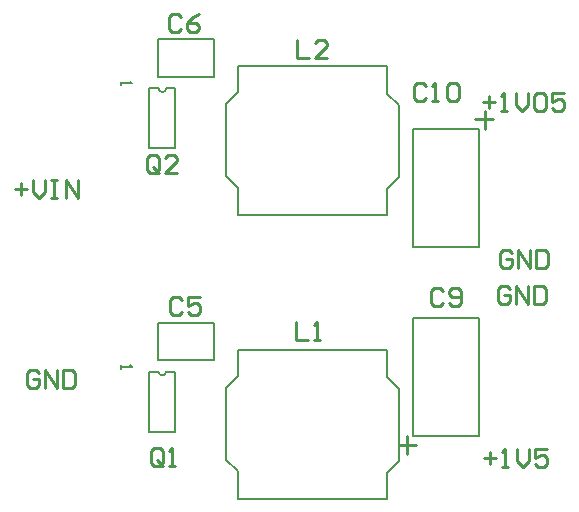
<source format=gto>
G04*
G04 #@! TF.GenerationSoftware,Altium Limited,Altium Designer,23.3.1 (30)*
G04*
G04 Layer_Color=65535*
%FSLAX44Y44*%
%MOMM*%
G71*
G04*
G04 #@! TF.SameCoordinates,C8A1A2A4-FEEE-4BAA-8DF6-72F1B62B13C7*
G04*
G04*
G04 #@! TF.FilePolarity,Positive*
G04*
G01*
G75*
%ADD10C,0.2000*%
%ADD11C,0.2540*%
D10*
X142825Y174400D02*
G03*
X149175Y174400I3175J0D01*
G01*
X142825Y414400D02*
G03*
X149175Y414400I3175J0D01*
G01*
X135050Y174400D02*
X142825D01*
X149175D02*
X156950D01*
Y123600D02*
Y174400D01*
X135050Y123600D02*
X156950D01*
X135050D02*
Y174400D01*
Y363600D02*
Y414400D01*
Y363600D02*
X156950D01*
Y414400D01*
X149175D02*
X156950D01*
X135050D02*
X142825D01*
X358000Y120000D02*
Y220000D01*
Y120000D02*
X414000D01*
Y220000D01*
X358000D02*
X414000D01*
X200000Y100000D02*
Y161000D01*
Y100000D02*
X210000Y90000D01*
Y67000D02*
Y90000D01*
X200000Y161000D02*
X210000Y171000D01*
Y193000D01*
X346000Y99000D02*
Y160000D01*
X210000Y193000D02*
X336000D01*
X210000Y67000D02*
X336000D01*
Y170000D02*
X346000Y160000D01*
X336000Y170000D02*
Y193000D01*
Y89000D02*
X346000Y99000D01*
X336000Y67000D02*
Y89000D01*
X142000Y184000D02*
Y216000D01*
X190000D01*
Y184000D02*
Y216000D01*
X142000Y184000D02*
X190000D01*
X142000Y424000D02*
Y456000D01*
X190000D01*
Y424000D02*
Y456000D01*
X142000Y424000D02*
X190000D01*
X210000Y411000D02*
Y433000D01*
X200000Y401000D02*
X210000Y411000D01*
Y307000D02*
Y330000D01*
X200000Y340000D02*
X210000Y330000D01*
Y433000D02*
X336000D01*
X210000Y307000D02*
X336000D01*
X200000Y340000D02*
Y401000D01*
X336000Y307000D02*
Y329000D01*
X346000Y339000D01*
X336000Y410000D02*
Y433000D01*
Y410000D02*
X346000Y400000D01*
Y339000D02*
Y400000D01*
X358000Y280000D02*
X414000D01*
X358000D02*
Y380000D01*
X414000D01*
Y280000D02*
Y380000D01*
X111000Y180000D02*
Y177001D01*
Y178501D01*
X119997D01*
X118498Y180000D01*
X111000Y420000D02*
Y417001D01*
Y418501D01*
X119997D01*
X118498Y420000D01*
D11*
X346000Y112000D02*
X361000D01*
X353000Y105000D02*
Y120000D01*
X419000Y380000D02*
Y395000D01*
X411000Y388000D02*
X426000D01*
X417313Y402508D02*
X427470D01*
X422392Y407587D02*
Y397430D01*
X432548Y394891D02*
X437627D01*
X435088D01*
Y410126D01*
X432548Y407587D01*
X445244Y410126D02*
Y399969D01*
X450323Y394891D01*
X455401Y399969D01*
Y410126D01*
X460479Y407587D02*
X463018Y410126D01*
X468097D01*
X470636Y407587D01*
Y397430D01*
X468097Y394891D01*
X463018D01*
X460479Y397430D01*
Y407587D01*
X485871Y410126D02*
X475714D01*
Y402508D01*
X480793Y405047D01*
X483332D01*
X485871Y402508D01*
Y397430D01*
X483332Y394891D01*
X478254D01*
X475714Y397430D01*
X418540Y101158D02*
X428697D01*
X423618Y106236D02*
Y96079D01*
X433775Y93540D02*
X438853D01*
X436314D01*
Y108775D01*
X433775Y106236D01*
X446471Y108775D02*
Y98618D01*
X451549Y93540D01*
X456628Y98618D01*
Y108775D01*
X471863D02*
X461706D01*
Y101158D01*
X466784Y103697D01*
X469324D01*
X471863Y101158D01*
Y96079D01*
X469324Y93540D01*
X464245D01*
X461706Y96079D01*
X440697Y244236D02*
X438158Y246775D01*
X433079D01*
X430540Y244236D01*
Y234079D01*
X433079Y231540D01*
X438158D01*
X440697Y234079D01*
Y239158D01*
X435618D01*
X445775Y231540D02*
Y246775D01*
X455932Y231540D01*
Y246775D01*
X461010D02*
Y231540D01*
X468628D01*
X471167Y234079D01*
Y244236D01*
X468628Y246775D01*
X461010D01*
X441697Y275236D02*
X439157Y277775D01*
X434079D01*
X431540Y275236D01*
Y265079D01*
X434079Y262540D01*
X439157D01*
X441697Y265079D01*
Y270158D01*
X436618D01*
X446775Y262540D02*
Y277775D01*
X456932Y262540D01*
Y277775D01*
X462010D02*
Y262540D01*
X469628D01*
X472167Y265079D01*
Y275236D01*
X469628Y277775D01*
X462010D01*
X41697Y173236D02*
X39158Y175775D01*
X34079D01*
X31540Y173236D01*
Y163079D01*
X34079Y160540D01*
X39158D01*
X41697Y163079D01*
Y168158D01*
X36618D01*
X46775Y160540D02*
Y175775D01*
X56932Y160540D01*
Y175775D01*
X62010D02*
Y160540D01*
X69628D01*
X72167Y163079D01*
Y173236D01*
X69628Y175775D01*
X62010D01*
X21540Y329157D02*
X31697D01*
X26618Y334236D02*
Y324079D01*
X36775Y336775D02*
Y326618D01*
X41853Y321540D01*
X46932Y326618D01*
Y336775D01*
X52010D02*
X57088D01*
X54549D01*
Y321540D01*
X52010D01*
X57088D01*
X64706D02*
Y336775D01*
X74863Y321540D01*
Y336775D01*
X383461Y243078D02*
X380922Y245618D01*
X375843D01*
X373304Y243078D01*
Y232922D01*
X375843Y230382D01*
X380922D01*
X383461Y232922D01*
X388539D02*
X391078Y230382D01*
X396157D01*
X398696Y232922D01*
Y243078D01*
X396157Y245618D01*
X391078D01*
X388539Y243078D01*
Y240539D01*
X391078Y238000D01*
X398696D01*
X258843Y216618D02*
Y201383D01*
X269000D01*
X274078D02*
X279157D01*
X276618D01*
Y216618D01*
X274078Y214078D01*
X147000Y96922D02*
Y107078D01*
X144461Y109618D01*
X139382D01*
X136843Y107078D01*
Y96922D01*
X139382Y94382D01*
X144461D01*
X141922Y99461D02*
X147000Y94382D01*
X144461D02*
X147000Y96922D01*
X152078Y94382D02*
X157157D01*
X154618D01*
Y109618D01*
X152078Y107078D01*
X162461Y235078D02*
X159922Y237617D01*
X154843D01*
X152304Y235078D01*
Y224922D01*
X154843Y222383D01*
X159922D01*
X162461Y224922D01*
X177696Y237617D02*
X167539D01*
Y230000D01*
X172617Y232539D01*
X175157D01*
X177696Y230000D01*
Y224922D01*
X175157Y222383D01*
X170078D01*
X167539Y224922D01*
X143461Y344922D02*
Y355078D01*
X140922Y357617D01*
X135843D01*
X133304Y355078D01*
Y344922D01*
X135843Y342383D01*
X140922D01*
X138383Y347461D02*
X143461Y342383D01*
X140922D02*
X143461Y344922D01*
X158696Y342383D02*
X148539D01*
X158696Y352539D01*
Y355078D01*
X156157Y357617D01*
X151078D01*
X148539Y355078D01*
X161461Y475078D02*
X158922Y477617D01*
X153843D01*
X151304Y475078D01*
Y464922D01*
X153843Y462383D01*
X158922D01*
X161461Y464922D01*
X176696Y477617D02*
X171618Y475078D01*
X166539Y470000D01*
Y464922D01*
X169078Y462383D01*
X174157D01*
X176696Y464922D01*
Y467461D01*
X174157Y470000D01*
X166539D01*
X260304Y455617D02*
Y440382D01*
X270461D01*
X285696D02*
X275539D01*
X285696Y450539D01*
Y453078D01*
X283157Y455617D01*
X278078D01*
X275539Y453078D01*
X369691Y416680D02*
X367151Y419219D01*
X362073D01*
X359534Y416680D01*
Y406523D01*
X362073Y403984D01*
X367151D01*
X369691Y406523D01*
X374769Y403984D02*
X379847D01*
X377308D01*
Y419219D01*
X374769Y416680D01*
X387465D02*
X390004Y419219D01*
X395083D01*
X397622Y416680D01*
Y406523D01*
X395083Y403984D01*
X390004D01*
X387465Y406523D01*
Y416680D01*
M02*

</source>
